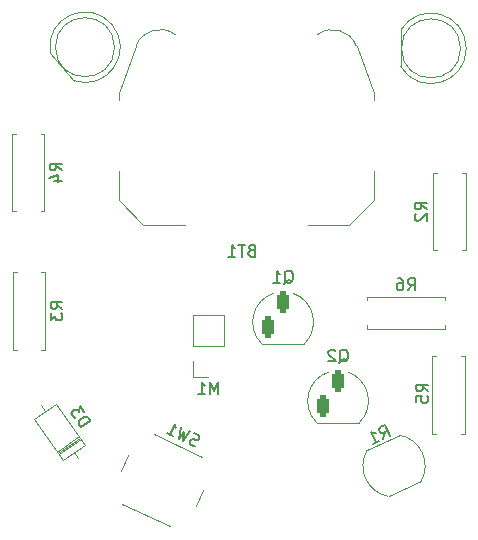
<source format=gbo>
G04 #@! TF.GenerationSoftware,KiCad,Pcbnew,8.0.5*
G04 #@! TF.CreationDate,2025-05-26T16:56:42+05:00*
G04 #@! TF.ProjectId,Wings_Of_Freedom,57696e67-735f-44f6-965f-46726565646f,rev?*
G04 #@! TF.SameCoordinates,Original*
G04 #@! TF.FileFunction,Legend,Bot*
G04 #@! TF.FilePolarity,Positive*
%FSLAX46Y46*%
G04 Gerber Fmt 4.6, Leading zero omitted, Abs format (unit mm)*
G04 Created by KiCad (PCBNEW 8.0.5) date 2025-05-26 16:56:42*
%MOMM*%
%LPD*%
G01*
G04 APERTURE LIST*
G04 Aperture macros list*
%AMRoundRect*
0 Rectangle with rounded corners*
0 $1 Rounding radius*
0 $2 $3 $4 $5 $6 $7 $8 $9 X,Y pos of 4 corners*
0 Add a 4 corners polygon primitive as box body*
4,1,4,$2,$3,$4,$5,$6,$7,$8,$9,$2,$3,0*
0 Add four circle primitives for the rounded corners*
1,1,$1+$1,$2,$3*
1,1,$1+$1,$4,$5*
1,1,$1+$1,$6,$7*
1,1,$1+$1,$8,$9*
0 Add four rect primitives between the rounded corners*
20,1,$1+$1,$2,$3,$4,$5,0*
20,1,$1+$1,$4,$5,$6,$7,0*
20,1,$1+$1,$6,$7,$8,$9,0*
20,1,$1+$1,$8,$9,$2,$3,0*%
%AMHorizOval*
0 Thick line with rounded ends*
0 $1 width*
0 $2 $3 position (X,Y) of the first rounded end (center of the circle)*
0 $4 $5 position (X,Y) of the second rounded end (center of the circle)*
0 Add line between two ends*
20,1,$1,$2,$3,$4,$5,0*
0 Add two circle primitives to create the rounded ends*
1,1,$1,$2,$3*
1,1,$1,$4,$5*%
%AMRotRect*
0 Rectangle, with rotation*
0 The origin of the aperture is its center*
0 $1 length*
0 $2 width*
0 $3 Rotation angle, in degrees counterclockwise*
0 Add horizontal line*
21,1,$1,$2,0,0,$3*%
G04 Aperture macros list end*
%ADD10C,0.150000*%
%ADD11C,0.120000*%
%ADD12C,0.300000*%
%ADD13R,1.270000X5.080000*%
%ADD14C,17.800000*%
%ADD15C,1.600000*%
%ADD16O,1.600000X1.600000*%
%ADD17R,1.700000X1.700000*%
%ADD18O,1.700000X1.700000*%
%ADD19R,1.100000X1.800000*%
%ADD20RoundRect,0.275000X0.275000X0.625000X-0.275000X0.625000X-0.275000X-0.625000X0.275000X-0.625000X0*%
%ADD21RotRect,1.600000X1.600000X125.000000*%
%ADD22HorizOval,1.600000X0.000000X0.000000X0.000000X0.000000X0*%
%ADD23R,1.800000X1.800000*%
%ADD24C,1.800000*%
%ADD25RotRect,1.800000X1.800000X40.000000*%
%ADD26C,1.500000*%
%ADD27C,2.000000*%
G04 APERTURE END LIST*
D10*
X203132422Y-80704487D02*
X202989565Y-80752106D01*
X202989565Y-80752106D02*
X202941946Y-80799725D01*
X202941946Y-80799725D02*
X202894327Y-80894963D01*
X202894327Y-80894963D02*
X202894327Y-81037820D01*
X202894327Y-81037820D02*
X202941946Y-81133058D01*
X202941946Y-81133058D02*
X202989565Y-81180678D01*
X202989565Y-81180678D02*
X203084803Y-81228297D01*
X203084803Y-81228297D02*
X203465755Y-81228297D01*
X203465755Y-81228297D02*
X203465755Y-80228297D01*
X203465755Y-80228297D02*
X203132422Y-80228297D01*
X203132422Y-80228297D02*
X203037184Y-80275916D01*
X203037184Y-80275916D02*
X202989565Y-80323535D01*
X202989565Y-80323535D02*
X202941946Y-80418773D01*
X202941946Y-80418773D02*
X202941946Y-80514011D01*
X202941946Y-80514011D02*
X202989565Y-80609249D01*
X202989565Y-80609249D02*
X203037184Y-80656868D01*
X203037184Y-80656868D02*
X203132422Y-80704487D01*
X203132422Y-80704487D02*
X203465755Y-80704487D01*
X202608612Y-80228297D02*
X202037184Y-80228297D01*
X202322898Y-81228297D02*
X202322898Y-80228297D01*
X201180041Y-81228297D02*
X201751469Y-81228297D01*
X201465755Y-81228297D02*
X201465755Y-80228297D01*
X201465755Y-80228297D02*
X201560993Y-80371154D01*
X201560993Y-80371154D02*
X201656231Y-80466392D01*
X201656231Y-80466392D02*
X201751469Y-80514011D01*
X217984819Y-77233333D02*
X217508628Y-76900000D01*
X217984819Y-76661905D02*
X216984819Y-76661905D01*
X216984819Y-76661905D02*
X216984819Y-77042857D01*
X216984819Y-77042857D02*
X217032438Y-77138095D01*
X217032438Y-77138095D02*
X217080057Y-77185714D01*
X217080057Y-77185714D02*
X217175295Y-77233333D01*
X217175295Y-77233333D02*
X217318152Y-77233333D01*
X217318152Y-77233333D02*
X217413390Y-77185714D01*
X217413390Y-77185714D02*
X217461009Y-77138095D01*
X217461009Y-77138095D02*
X217508628Y-77042857D01*
X217508628Y-77042857D02*
X217508628Y-76661905D01*
X217080057Y-77614286D02*
X217032438Y-77661905D01*
X217032438Y-77661905D02*
X216984819Y-77757143D01*
X216984819Y-77757143D02*
X216984819Y-77995238D01*
X216984819Y-77995238D02*
X217032438Y-78090476D01*
X217032438Y-78090476D02*
X217080057Y-78138095D01*
X217080057Y-78138095D02*
X217175295Y-78185714D01*
X217175295Y-78185714D02*
X217270533Y-78185714D01*
X217270533Y-78185714D02*
X217413390Y-78138095D01*
X217413390Y-78138095D02*
X217984819Y-77566667D01*
X217984819Y-77566667D02*
X217984819Y-78185714D01*
X200309525Y-92859818D02*
X200309525Y-91859818D01*
X200309525Y-91859818D02*
X199976192Y-92574103D01*
X199976192Y-92574103D02*
X199642859Y-91859818D01*
X199642859Y-91859818D02*
X199642859Y-92859818D01*
X198642859Y-92859818D02*
X199214287Y-92859818D01*
X198928573Y-92859818D02*
X198928573Y-91859818D01*
X198928573Y-91859818D02*
X199023811Y-92002675D01*
X199023811Y-92002675D02*
X199119049Y-92097913D01*
X199119049Y-92097913D02*
X199214287Y-92145532D01*
X205912738Y-83526457D02*
X206007976Y-83478838D01*
X206007976Y-83478838D02*
X206103214Y-83383600D01*
X206103214Y-83383600D02*
X206246071Y-83240742D01*
X206246071Y-83240742D02*
X206341309Y-83193123D01*
X206341309Y-83193123D02*
X206436547Y-83193123D01*
X206388928Y-83431219D02*
X206484166Y-83383600D01*
X206484166Y-83383600D02*
X206579404Y-83288361D01*
X206579404Y-83288361D02*
X206627023Y-83097885D01*
X206627023Y-83097885D02*
X206627023Y-82764552D01*
X206627023Y-82764552D02*
X206579404Y-82574076D01*
X206579404Y-82574076D02*
X206484166Y-82478838D01*
X206484166Y-82478838D02*
X206388928Y-82431219D01*
X206388928Y-82431219D02*
X206198452Y-82431219D01*
X206198452Y-82431219D02*
X206103214Y-82478838D01*
X206103214Y-82478838D02*
X206007976Y-82574076D01*
X206007976Y-82574076D02*
X205960357Y-82764552D01*
X205960357Y-82764552D02*
X205960357Y-83097885D01*
X205960357Y-83097885D02*
X206007976Y-83288361D01*
X206007976Y-83288361D02*
X206103214Y-83383600D01*
X206103214Y-83383600D02*
X206198452Y-83431219D01*
X206198452Y-83431219D02*
X206388928Y-83431219D01*
X205007976Y-83431219D02*
X205579404Y-83431219D01*
X205293690Y-83431219D02*
X205293690Y-82431219D01*
X205293690Y-82431219D02*
X205388928Y-82574076D01*
X205388928Y-82574076D02*
X205484166Y-82669314D01*
X205484166Y-82669314D02*
X205579404Y-82716933D01*
X187074818Y-73933333D02*
X186598627Y-73600000D01*
X187074818Y-73361905D02*
X186074818Y-73361905D01*
X186074818Y-73361905D02*
X186074818Y-73742857D01*
X186074818Y-73742857D02*
X186122437Y-73838095D01*
X186122437Y-73838095D02*
X186170056Y-73885714D01*
X186170056Y-73885714D02*
X186265294Y-73933333D01*
X186265294Y-73933333D02*
X186408151Y-73933333D01*
X186408151Y-73933333D02*
X186503389Y-73885714D01*
X186503389Y-73885714D02*
X186551008Y-73838095D01*
X186551008Y-73838095D02*
X186598627Y-73742857D01*
X186598627Y-73742857D02*
X186598627Y-73361905D01*
X186408151Y-74790476D02*
X187074818Y-74790476D01*
X186027199Y-74552381D02*
X186741484Y-74314286D01*
X186741484Y-74314286D02*
X186741484Y-74933333D01*
X188687363Y-95699532D02*
X189506515Y-95125955D01*
X189506515Y-95125955D02*
X189369950Y-94930919D01*
X189369950Y-94930919D02*
X189249003Y-94841211D01*
X189249003Y-94841211D02*
X189116362Y-94817822D01*
X189116362Y-94817822D02*
X189011034Y-94833442D01*
X189011034Y-94833442D02*
X188827692Y-94903687D01*
X188827692Y-94903687D02*
X188710671Y-94985626D01*
X188710671Y-94985626D02*
X188581955Y-95133886D01*
X188581955Y-95133886D02*
X188531253Y-95227520D01*
X188531253Y-95227520D02*
X188507865Y-95360161D01*
X188507865Y-95360161D02*
X188550797Y-95504496D01*
X188550797Y-95504496D02*
X188687363Y-95699532D01*
X188987565Y-94384818D02*
X188632494Y-93877724D01*
X188632494Y-93877724D02*
X188511628Y-94369280D01*
X188511628Y-94369280D02*
X188429689Y-94252258D01*
X188429689Y-94252258D02*
X188336055Y-94201557D01*
X188336055Y-94201557D02*
X188269735Y-94189863D01*
X188269735Y-94189863D02*
X188164407Y-94205482D01*
X188164407Y-94205482D02*
X187969371Y-94342047D01*
X187969371Y-94342047D02*
X187918670Y-94435681D01*
X187918670Y-94435681D02*
X187906976Y-94502001D01*
X187906976Y-94502001D02*
X187922595Y-94607329D01*
X187922595Y-94607329D02*
X188086474Y-94841373D01*
X188086474Y-94841373D02*
X188180107Y-94892074D01*
X188180107Y-94892074D02*
X188246428Y-94903768D01*
X210565238Y-90200057D02*
X210660476Y-90152438D01*
X210660476Y-90152438D02*
X210755714Y-90057200D01*
X210755714Y-90057200D02*
X210898571Y-89914342D01*
X210898571Y-89914342D02*
X210993809Y-89866723D01*
X210993809Y-89866723D02*
X211089047Y-89866723D01*
X211041428Y-90104819D02*
X211136666Y-90057200D01*
X211136666Y-90057200D02*
X211231904Y-89961961D01*
X211231904Y-89961961D02*
X211279523Y-89771485D01*
X211279523Y-89771485D02*
X211279523Y-89438152D01*
X211279523Y-89438152D02*
X211231904Y-89247676D01*
X211231904Y-89247676D02*
X211136666Y-89152438D01*
X211136666Y-89152438D02*
X211041428Y-89104819D01*
X211041428Y-89104819D02*
X210850952Y-89104819D01*
X210850952Y-89104819D02*
X210755714Y-89152438D01*
X210755714Y-89152438D02*
X210660476Y-89247676D01*
X210660476Y-89247676D02*
X210612857Y-89438152D01*
X210612857Y-89438152D02*
X210612857Y-89771485D01*
X210612857Y-89771485D02*
X210660476Y-89961961D01*
X210660476Y-89961961D02*
X210755714Y-90057200D01*
X210755714Y-90057200D02*
X210850952Y-90104819D01*
X210850952Y-90104819D02*
X211041428Y-90104819D01*
X210231904Y-89200057D02*
X210184285Y-89152438D01*
X210184285Y-89152438D02*
X210089047Y-89104819D01*
X210089047Y-89104819D02*
X209850952Y-89104819D01*
X209850952Y-89104819D02*
X209755714Y-89152438D01*
X209755714Y-89152438D02*
X209708095Y-89200057D01*
X209708095Y-89200057D02*
X209660476Y-89295295D01*
X209660476Y-89295295D02*
X209660476Y-89390533D01*
X209660476Y-89390533D02*
X209708095Y-89533390D01*
X209708095Y-89533390D02*
X210279523Y-90104819D01*
X210279523Y-90104819D02*
X209660476Y-90104819D01*
X216382578Y-84079448D02*
X216715911Y-83603257D01*
X216954006Y-84079448D02*
X216954006Y-83079448D01*
X216954006Y-83079448D02*
X216573054Y-83079448D01*
X216573054Y-83079448D02*
X216477816Y-83127067D01*
X216477816Y-83127067D02*
X216430197Y-83174686D01*
X216430197Y-83174686D02*
X216382578Y-83269924D01*
X216382578Y-83269924D02*
X216382578Y-83412781D01*
X216382578Y-83412781D02*
X216430197Y-83508019D01*
X216430197Y-83508019D02*
X216477816Y-83555638D01*
X216477816Y-83555638D02*
X216573054Y-83603257D01*
X216573054Y-83603257D02*
X216954006Y-83603257D01*
X215525435Y-83079448D02*
X215715911Y-83079448D01*
X215715911Y-83079448D02*
X215811149Y-83127067D01*
X215811149Y-83127067D02*
X215858768Y-83174686D01*
X215858768Y-83174686D02*
X215954006Y-83317543D01*
X215954006Y-83317543D02*
X216001625Y-83508019D01*
X216001625Y-83508019D02*
X216001625Y-83888971D01*
X216001625Y-83888971D02*
X215954006Y-83984209D01*
X215954006Y-83984209D02*
X215906387Y-84031829D01*
X215906387Y-84031829D02*
X215811149Y-84079448D01*
X215811149Y-84079448D02*
X215620673Y-84079448D01*
X215620673Y-84079448D02*
X215525435Y-84031829D01*
X215525435Y-84031829D02*
X215477816Y-83984209D01*
X215477816Y-83984209D02*
X215430197Y-83888971D01*
X215430197Y-83888971D02*
X215430197Y-83650876D01*
X215430197Y-83650876D02*
X215477816Y-83555638D01*
X215477816Y-83555638D02*
X215525435Y-83508019D01*
X215525435Y-83508019D02*
X215620673Y-83460400D01*
X215620673Y-83460400D02*
X215811149Y-83460400D01*
X215811149Y-83460400D02*
X215906387Y-83508019D01*
X215906387Y-83508019D02*
X215954006Y-83555638D01*
X215954006Y-83555638D02*
X216001625Y-83650876D01*
X214317649Y-96663427D02*
X214418505Y-96090979D01*
X214835539Y-96421931D02*
X214412921Y-95515623D01*
X214412921Y-95515623D02*
X214067661Y-95676621D01*
X214067661Y-95676621D02*
X214001471Y-95760028D01*
X214001471Y-95760028D02*
X213978438Y-95823310D01*
X213978438Y-95823310D02*
X213975530Y-95929750D01*
X213975530Y-95929750D02*
X214035904Y-96059222D01*
X214035904Y-96059222D02*
X214119311Y-96125413D01*
X214119311Y-96125413D02*
X214182593Y-96148445D01*
X214182593Y-96148445D02*
X214289032Y-96151354D01*
X214289032Y-96151354D02*
X214634293Y-95990356D01*
X213454499Y-97065921D02*
X213972389Y-96824425D01*
X213713444Y-96945173D02*
X213290826Y-96038865D01*
X213290826Y-96038865D02*
X213437515Y-96128088D01*
X213437515Y-96128088D02*
X213564079Y-96174154D01*
X213564079Y-96174154D02*
X213670519Y-96177062D01*
X187144819Y-85663332D02*
X186668628Y-85329999D01*
X187144819Y-85091904D02*
X186144819Y-85091904D01*
X186144819Y-85091904D02*
X186144819Y-85472856D01*
X186144819Y-85472856D02*
X186192438Y-85568094D01*
X186192438Y-85568094D02*
X186240057Y-85615713D01*
X186240057Y-85615713D02*
X186335295Y-85663332D01*
X186335295Y-85663332D02*
X186478152Y-85663332D01*
X186478152Y-85663332D02*
X186573390Y-85615713D01*
X186573390Y-85615713D02*
X186621009Y-85568094D01*
X186621009Y-85568094D02*
X186668628Y-85472856D01*
X186668628Y-85472856D02*
X186668628Y-85091904D01*
X186144819Y-85996666D02*
X186144819Y-86615713D01*
X186144819Y-86615713D02*
X186525771Y-86282380D01*
X186525771Y-86282380D02*
X186525771Y-86425237D01*
X186525771Y-86425237D02*
X186573390Y-86520475D01*
X186573390Y-86520475D02*
X186621009Y-86568094D01*
X186621009Y-86568094D02*
X186716247Y-86615713D01*
X186716247Y-86615713D02*
X186954342Y-86615713D01*
X186954342Y-86615713D02*
X187049580Y-86568094D01*
X187049580Y-86568094D02*
X187097200Y-86520475D01*
X187097200Y-86520475D02*
X187144819Y-86425237D01*
X187144819Y-86425237D02*
X187144819Y-86139523D01*
X187144819Y-86139523D02*
X187097200Y-86044285D01*
X187097200Y-86044285D02*
X187049580Y-85996666D01*
X198395255Y-97259215D02*
X198245658Y-97241998D01*
X198245658Y-97241998D02*
X198029870Y-97141375D01*
X198029870Y-97141375D02*
X197963680Y-97057968D01*
X197963680Y-97057968D02*
X197940647Y-96994686D01*
X197940647Y-96994686D02*
X197937739Y-96888246D01*
X197937739Y-96888246D02*
X197977988Y-96801931D01*
X197977988Y-96801931D02*
X198061395Y-96735741D01*
X198061395Y-96735741D02*
X198124678Y-96712708D01*
X198124678Y-96712708D02*
X198231117Y-96709800D01*
X198231117Y-96709800D02*
X198423872Y-96747141D01*
X198423872Y-96747141D02*
X198530312Y-96744233D01*
X198530312Y-96744233D02*
X198593594Y-96721200D01*
X198593594Y-96721200D02*
X198677001Y-96655010D01*
X198677001Y-96655010D02*
X198717250Y-96568695D01*
X198717250Y-96568695D02*
X198714342Y-96462255D01*
X198714342Y-96462255D02*
X198691309Y-96398973D01*
X198691309Y-96398973D02*
X198625119Y-96315566D01*
X198625119Y-96315566D02*
X198409331Y-96214942D01*
X198409331Y-96214942D02*
X198259734Y-96197726D01*
X197977756Y-96013696D02*
X197339350Y-96819380D01*
X197339350Y-96819380D02*
X197468590Y-96091519D01*
X197468590Y-96091519D02*
X196994090Y-96658383D01*
X196994090Y-96658383D02*
X197200921Y-95651451D01*
X195958310Y-96175390D02*
X196476200Y-96416886D01*
X196217255Y-96296138D02*
X196639873Y-95389831D01*
X196639873Y-95389831D02*
X196665814Y-95559553D01*
X196665814Y-95559553D02*
X196711880Y-95686117D01*
X196711880Y-95686117D02*
X196778070Y-95769524D01*
X218104819Y-92633332D02*
X217628628Y-92299999D01*
X218104819Y-92061904D02*
X217104819Y-92061904D01*
X217104819Y-92061904D02*
X217104819Y-92442856D01*
X217104819Y-92442856D02*
X217152438Y-92538094D01*
X217152438Y-92538094D02*
X217200057Y-92585713D01*
X217200057Y-92585713D02*
X217295295Y-92633332D01*
X217295295Y-92633332D02*
X217438152Y-92633332D01*
X217438152Y-92633332D02*
X217533390Y-92585713D01*
X217533390Y-92585713D02*
X217581009Y-92538094D01*
X217581009Y-92538094D02*
X217628628Y-92442856D01*
X217628628Y-92442856D02*
X217628628Y-92061904D01*
X217104819Y-93538094D02*
X217104819Y-93061904D01*
X217104819Y-93061904D02*
X217581009Y-93014285D01*
X217581009Y-93014285D02*
X217533390Y-93061904D01*
X217533390Y-93061904D02*
X217485771Y-93157142D01*
X217485771Y-93157142D02*
X217485771Y-93395237D01*
X217485771Y-93395237D02*
X217533390Y-93490475D01*
X217533390Y-93490475D02*
X217581009Y-93538094D01*
X217581009Y-93538094D02*
X217676247Y-93585713D01*
X217676247Y-93585713D02*
X217914342Y-93585713D01*
X217914342Y-93585713D02*
X218009580Y-93538094D01*
X218009580Y-93538094D02*
X218057200Y-93490475D01*
X218057200Y-93490475D02*
X218104819Y-93395237D01*
X218104819Y-93395237D02*
X218104819Y-93157142D01*
X218104819Y-93157142D02*
X218057200Y-93061904D01*
X218057200Y-93061904D02*
X218009580Y-93014285D01*
D11*
X191919997Y-73999999D02*
X191920001Y-76459999D01*
X191919998Y-67369999D02*
X191920002Y-68000000D01*
X191920001Y-76459999D02*
X193999998Y-78539997D01*
X193360000Y-63420000D02*
X191919998Y-67369999D01*
X193999998Y-78539997D02*
X197500001Y-78540001D01*
X207900003Y-78540002D02*
X211399999Y-78539999D01*
X212040000Y-63420000D02*
X213480000Y-67370000D01*
X213479998Y-74000000D02*
X213479998Y-76460002D01*
X213479998Y-76460002D02*
X211399999Y-78539999D01*
X213480000Y-67370000D02*
X213480003Y-68000001D01*
X193360000Y-63420000D02*
G75*
G02*
X196696647Y-62433466I2030003J-730003D01*
G01*
X208699999Y-62449999D02*
G75*
G02*
X212025245Y-63411832I1310001J-1700001D01*
G01*
X218530000Y-74130000D02*
X218860000Y-74130000D01*
X218530000Y-80670000D02*
X218530000Y-74130000D01*
X218860000Y-80669999D02*
X218530000Y-80670000D01*
X220940000Y-80669999D02*
X221270000Y-80670000D01*
X221270000Y-74130000D02*
X220940000Y-74130000D01*
X221270000Y-80670000D02*
X221270000Y-74130000D01*
X198170000Y-91404999D02*
X198169999Y-90075001D01*
X198170001Y-86205000D02*
X198170000Y-88804999D01*
X199500001Y-91405001D02*
X198170000Y-91404999D01*
X200830000Y-86205001D02*
X198170001Y-86205000D01*
X200830000Y-86205001D02*
X200830001Y-88805001D01*
X200830001Y-88805001D02*
X198170000Y-88804999D01*
X204017500Y-88626400D02*
X207617500Y-88626400D01*
X204009055Y-88604084D02*
G75*
G02*
X205037500Y-84326400I1808445J1827684D01*
G01*
X206637500Y-84326400D02*
G75*
G02*
X207628953Y-88618556I-820000J-2450000D01*
G01*
X182879999Y-70830001D02*
X182879999Y-77370003D01*
X182879999Y-77370003D02*
X183209999Y-77370000D01*
X183209998Y-70830002D02*
X182879999Y-70830001D01*
X185289998Y-70830001D02*
X185619999Y-70830001D01*
X185619999Y-70830001D02*
X185619999Y-77370002D01*
X185619999Y-77370002D02*
X185289998Y-77370000D01*
X184766542Y-94955833D02*
X187198505Y-98429039D01*
X185683992Y-94313429D02*
X185311167Y-93780980D01*
X186601442Y-93671023D02*
X184766542Y-94955833D01*
X186716702Y-97740949D02*
X188551603Y-96456139D01*
X186785530Y-97839251D02*
X188620430Y-96554439D01*
X186854361Y-97937546D02*
X188689261Y-96652736D01*
X187198505Y-98429039D02*
X189033405Y-97144227D01*
X188115954Y-97786633D02*
X188488781Y-98319082D01*
X189033405Y-97144227D02*
X186601442Y-93671023D01*
X215784997Y-62054999D02*
X215785003Y-65145004D01*
X215785000Y-62055168D02*
G75*
G02*
X221335001Y-63600460I2560000J-1544832D01*
G01*
X221335000Y-63599538D02*
G75*
G02*
X215785001Y-65144830I-2989999J-463D01*
G01*
X220844999Y-63600000D02*
G75*
G02*
X215845001Y-63600000I-2499999J0D01*
G01*
X215845001Y-63600000D02*
G75*
G02*
X220844999Y-63600000I2499999J0D01*
G01*
X208670000Y-95300000D02*
X212270000Y-95300000D01*
X208661555Y-95277684D02*
G75*
G02*
X209690000Y-91000000I1808445J1827684D01*
G01*
X211290000Y-91000000D02*
G75*
G02*
X212281453Y-95292156I-820000J-2450000D01*
G01*
X212959899Y-84609701D02*
X212959901Y-84939702D01*
X212959902Y-87349702D02*
X212959901Y-87019701D01*
X219499898Y-84939701D02*
X219499900Y-84609701D01*
X219499900Y-84609701D02*
X212959899Y-84609701D01*
X219499900Y-87019703D02*
X219499900Y-87349701D01*
X219499900Y-87349701D02*
X212959902Y-87349702D01*
X186091977Y-63965212D02*
X188078204Y-66332298D01*
X186092092Y-63965342D02*
G75*
G02*
X191336932Y-61581631I2954070J462131D01*
G01*
X191336345Y-61580925D02*
G75*
G02*
X188078099Y-66332155I-2290171J-1922289D01*
G01*
X191546166Y-63503215D02*
G75*
G02*
X186546172Y-63503215I-2499997J0D01*
G01*
X186546172Y-63503215D02*
G75*
G02*
X191546166Y-63503215I2499997J0D01*
G01*
X212931887Y-97635317D02*
X215696125Y-96346332D01*
X214749145Y-101532440D02*
X217513384Y-100243454D01*
X214695384Y-101522475D02*
G75*
G02*
X212931887Y-97635317I504593J2572524D01*
G01*
X215669837Y-96341460D02*
G75*
G02*
X217513383Y-100243454I-469861J-2608492D01*
G01*
X182949999Y-89099998D02*
X183280000Y-89099999D01*
X182950000Y-82560000D02*
X182949999Y-89099998D01*
X183279998Y-82560000D02*
X182950000Y-82560000D01*
X185359999Y-82560000D02*
X185690000Y-82560000D01*
X185690000Y-82560000D02*
X185690000Y-89100001D01*
X185690000Y-89100001D02*
X185359999Y-89099999D01*
X192150108Y-102173092D02*
X196228492Y-104074874D01*
X192707694Y-98019589D02*
X192073768Y-99379050D01*
X198417921Y-102337378D02*
X199051850Y-100977916D01*
X198975510Y-98183875D02*
X194897126Y-96282092D01*
X218449999Y-96219998D02*
X218780000Y-96219999D01*
X218450000Y-89680000D02*
X218449999Y-96219998D01*
X218779999Y-89680001D02*
X218450000Y-89680000D01*
X220859999Y-89680000D02*
X221190000Y-89680000D01*
X221190000Y-89680000D02*
X221190001Y-96220001D01*
X221190001Y-96220001D02*
X220859999Y-96219999D01*
%LPC*%
D12*
G36*
X195323377Y-86175000D02*
G01*
X196183112Y-86175000D01*
X196183112Y-85862369D01*
X195909560Y-85862369D01*
X195909560Y-84533688D01*
X196183112Y-84533688D01*
X196183112Y-84221057D01*
X195323377Y-84221057D01*
X195323377Y-84533688D01*
X195601203Y-84533688D01*
X195601203Y-85862369D01*
X195323377Y-85862369D01*
X195323377Y-86175000D01*
G37*
G36*
X193972714Y-85080792D02*
G01*
X194519818Y-85080792D01*
X194519818Y-85354344D01*
X194797644Y-85354344D01*
X194797644Y-86175000D01*
X195106001Y-86175000D01*
X195106001Y-84768161D01*
X194797644Y-84768161D01*
X194797644Y-85041713D01*
X194558897Y-85041713D01*
X194558897Y-84768161D01*
X193972714Y-84768161D01*
X193972714Y-85080792D01*
G37*
G36*
X193178314Y-86175000D02*
G01*
X193486670Y-86175000D01*
X193486670Y-85901448D01*
X193760222Y-85901448D01*
X193760222Y-84221057D01*
X193451866Y-84221057D01*
X193451866Y-84768161D01*
X193178314Y-84768161D01*
X193178314Y-85080792D01*
X193451866Y-85080792D01*
X193451866Y-85862369D01*
X193178314Y-85862369D01*
X193178314Y-86175000D01*
G37*
G36*
X192680669Y-85080792D02*
G01*
X192133565Y-85080792D01*
X192133565Y-85315265D01*
X192680669Y-85315265D01*
X192680669Y-85588817D01*
X192954221Y-85588817D01*
X192954221Y-85901448D01*
X192680669Y-85901448D01*
X192680669Y-86175000D01*
X191825208Y-86175000D01*
X191825208Y-85862369D01*
X192133565Y-85862369D01*
X192645864Y-85862369D01*
X192645864Y-85627896D01*
X192133565Y-85627896D01*
X192133565Y-85862369D01*
X191825208Y-85862369D01*
X191825208Y-85041713D01*
X192094486Y-85041713D01*
X192094486Y-84768161D01*
X192680669Y-84768161D01*
X192680669Y-85080792D01*
G37*
G36*
X190479430Y-86175000D02*
G01*
X191608443Y-86175000D01*
X191608443Y-85588817D01*
X191334891Y-85588817D01*
X191334891Y-85315265D01*
X190787787Y-85315265D01*
X190787787Y-85080792D01*
X191608443Y-85080792D01*
X191608443Y-84768161D01*
X190479430Y-84768161D01*
X190479430Y-85354344D01*
X190748708Y-85354344D01*
X190748708Y-85627896D01*
X191300086Y-85627896D01*
X191300086Y-85862369D01*
X190479430Y-85862369D01*
X190479430Y-86175000D01*
G37*
G36*
X189989113Y-85080792D02*
G01*
X189442009Y-85080792D01*
X189442009Y-85315265D01*
X189989113Y-85315265D01*
X189989113Y-85588817D01*
X190262665Y-85588817D01*
X190262665Y-85901448D01*
X189989113Y-85901448D01*
X189989113Y-86175000D01*
X189133652Y-86175000D01*
X189133652Y-85862369D01*
X189442009Y-85862369D01*
X189954308Y-85862369D01*
X189954308Y-85627896D01*
X189442009Y-85627896D01*
X189442009Y-85862369D01*
X189133652Y-85862369D01*
X189133652Y-85041713D01*
X189402930Y-85041713D01*
X189402930Y-84768161D01*
X189989113Y-84768161D01*
X189989113Y-85080792D01*
G37*
G36*
X197670977Y-83302501D02*
G01*
X197752135Y-83274357D01*
X197761591Y-83265742D01*
X197798027Y-83185076D01*
X197798350Y-83175128D01*
X197798350Y-81516291D01*
X197770207Y-81434012D01*
X197761591Y-81424823D01*
X197680925Y-81389234D01*
X197670977Y-81388919D01*
X197589212Y-81418555D01*
X197558137Y-81457734D01*
X196791337Y-82993900D01*
X196869555Y-82993900D01*
X196122417Y-81457734D01*
X196059906Y-81398596D01*
X196009576Y-81388919D01*
X195928419Y-81416408D01*
X195918962Y-81424823D01*
X195882778Y-81502614D01*
X195882204Y-81516291D01*
X195882204Y-83175128D01*
X195911329Y-83256285D01*
X195920245Y-83265742D01*
X196000076Y-83302177D01*
X196009576Y-83302501D01*
X196091154Y-83274357D01*
X196100618Y-83265742D01*
X196137053Y-83185076D01*
X196137377Y-83175128D01*
X196137377Y-81869345D01*
X196088223Y-81856949D01*
X196730215Y-83165297D01*
X196796412Y-83221458D01*
X196840491Y-83228983D01*
X196924273Y-83199264D01*
X196958032Y-83152902D01*
X197592331Y-81881312D01*
X197543605Y-81869345D01*
X197543605Y-83175128D01*
X197571748Y-83256285D01*
X197580363Y-83265742D01*
X197661030Y-83302177D01*
X197670977Y-83302501D01*
G37*
G36*
X194902946Y-81958276D02*
G01*
X194991343Y-81975025D01*
X195074985Y-82002942D01*
X195153872Y-82042024D01*
X195226427Y-82090751D01*
X195291075Y-82147598D01*
X195347816Y-82212567D01*
X195396649Y-82285656D01*
X195435732Y-82365264D01*
X195463648Y-82449788D01*
X195480398Y-82539226D01*
X195485981Y-82633580D01*
X195480852Y-82727854D01*
X195465464Y-82817053D01*
X195439819Y-82901175D01*
X195403915Y-82980222D01*
X195376809Y-83026496D01*
X195320654Y-83102005D01*
X195255033Y-83167506D01*
X195179945Y-83222999D01*
X195125278Y-83253358D01*
X195038431Y-83287119D01*
X194945769Y-83306748D01*
X194858521Y-83312331D01*
X194803586Y-83310150D01*
X194709226Y-83295233D01*
X194620681Y-83266182D01*
X194537952Y-83222999D01*
X194494945Y-83193405D01*
X194424947Y-83132352D01*
X194385789Y-83086331D01*
X194385789Y-83179830D01*
X194385477Y-83189842D01*
X194350313Y-83269589D01*
X194343499Y-83275929D01*
X194260981Y-83305065D01*
X194251044Y-83304753D01*
X194171649Y-83269589D01*
X194165233Y-83262772D01*
X194135745Y-83179830D01*
X194135745Y-82633580D01*
X194375958Y-82633580D01*
X194379484Y-82696946D01*
X194397997Y-82785984D01*
X194432378Y-82867809D01*
X194454993Y-82905226D01*
X194513993Y-82975778D01*
X194586679Y-83031940D01*
X194637329Y-83058120D01*
X194719715Y-83083365D01*
X194809795Y-83091780D01*
X194869474Y-83088040D01*
X194953583Y-83068405D01*
X195031201Y-83031940D01*
X195072600Y-83003488D01*
X195138958Y-82939577D01*
X195188066Y-82867809D01*
X195215959Y-82807117D01*
X195238950Y-82719882D01*
X195245768Y-82633580D01*
X195242162Y-82569280D01*
X195223228Y-82479340D01*
X195188066Y-82397214D01*
X195160837Y-82353714D01*
X195099742Y-82284214D01*
X195031201Y-82233083D01*
X194980177Y-82206903D01*
X194898231Y-82181659D01*
X194809795Y-82173244D01*
X194756313Y-82176107D01*
X194670721Y-82194339D01*
X194586679Y-82233083D01*
X194545840Y-82261390D01*
X194480524Y-82325247D01*
X194432378Y-82397214D01*
X194405105Y-82458076D01*
X194382625Y-82546062D01*
X194375958Y-82633580D01*
X194135745Y-82633580D01*
X194141355Y-82539226D01*
X194158185Y-82449788D01*
X194186235Y-82365264D01*
X194225505Y-82285656D01*
X194274071Y-82212567D01*
X194330437Y-82147598D01*
X194394605Y-82090751D01*
X194466572Y-82042024D01*
X194544925Y-82002942D01*
X194628246Y-81975025D01*
X194716536Y-81958276D01*
X194809795Y-81952692D01*
X194902946Y-81958276D01*
G37*
G36*
X192617637Y-81389223D02*
G01*
X192697033Y-81423540D01*
X192705348Y-81432436D01*
X192732509Y-81514154D01*
X192732509Y-82175381D01*
X192788442Y-82115441D01*
X192858838Y-82059150D01*
X192938528Y-82012959D01*
X192946190Y-82009251D01*
X193033336Y-81976234D01*
X193117118Y-81958578D01*
X193205241Y-81952692D01*
X193260310Y-81954873D01*
X193354910Y-81969791D01*
X193443695Y-81998841D01*
X193526665Y-82042024D01*
X193569549Y-82071506D01*
X193639378Y-82132461D01*
X193699740Y-82203560D01*
X193750635Y-82284802D01*
X193786539Y-82363822D01*
X193812185Y-82447864D01*
X193827572Y-82536929D01*
X193832701Y-82631016D01*
X193827118Y-82725370D01*
X193810368Y-82814809D01*
X193782452Y-82899332D01*
X193743369Y-82978940D01*
X193694536Y-83052056D01*
X193637795Y-83117105D01*
X193573147Y-83174086D01*
X193500592Y-83222999D01*
X193421705Y-83262082D01*
X193338063Y-83289998D01*
X193249667Y-83306748D01*
X193156515Y-83312331D01*
X193063256Y-83306748D01*
X192974966Y-83289998D01*
X192891645Y-83262082D01*
X192813292Y-83222999D01*
X192741325Y-83174086D01*
X192677158Y-83117105D01*
X192620791Y-83052056D01*
X192572225Y-82978940D01*
X192532955Y-82899332D01*
X192504905Y-82814809D01*
X192488075Y-82725370D01*
X192482465Y-82631016D01*
X192722678Y-82631016D01*
X192726205Y-82694462D01*
X192744717Y-82783920D01*
X192779098Y-82866527D01*
X192801714Y-82904379D01*
X192860714Y-82975567D01*
X192933399Y-83031940D01*
X192984049Y-83058120D01*
X193066435Y-83083365D01*
X193156515Y-83091780D01*
X193216194Y-83088040D01*
X193300303Y-83068405D01*
X193377921Y-83031940D01*
X193419321Y-83003426D01*
X193485679Y-82939076D01*
X193534786Y-82866527D01*
X193562679Y-82805214D01*
X193585670Y-82717469D01*
X193592488Y-82631016D01*
X193588882Y-82566795D01*
X193569948Y-82477276D01*
X193534786Y-82395932D01*
X193511690Y-82358821D01*
X193451648Y-82288828D01*
X193377921Y-82233083D01*
X193326897Y-82206903D01*
X193244952Y-82181659D01*
X193156515Y-82173244D01*
X193103033Y-82176107D01*
X193017441Y-82194339D01*
X192933399Y-82233083D01*
X192892560Y-82261329D01*
X192827244Y-82324746D01*
X192779098Y-82395932D01*
X192751825Y-82456174D01*
X192729345Y-82543649D01*
X192722678Y-82631016D01*
X192482465Y-82631016D01*
X192482465Y-81514154D01*
X192482770Y-81503771D01*
X192517087Y-81423540D01*
X192525983Y-81415426D01*
X192607701Y-81388919D01*
X192617637Y-81389223D01*
G37*
G36*
X191412621Y-83312331D02*
G01*
X191499464Y-83308179D01*
X191593404Y-83293266D01*
X191681681Y-83267507D01*
X191764294Y-83230902D01*
X191774222Y-83225564D01*
X191848835Y-83177853D01*
X191914952Y-83121913D01*
X191972574Y-83057746D01*
X192021701Y-82985351D01*
X192060784Y-82905823D01*
X192088700Y-82820686D01*
X192105450Y-82729938D01*
X192111033Y-82633580D01*
X192106983Y-82547982D01*
X192092438Y-82455765D01*
X192067313Y-82369532D01*
X192031610Y-82289283D01*
X192026403Y-82279673D01*
X191980054Y-82207304D01*
X191918268Y-82135788D01*
X191846272Y-82074754D01*
X191792602Y-82039887D01*
X191715051Y-82001739D01*
X191631997Y-81974491D01*
X191543440Y-81958142D01*
X191449379Y-81952692D01*
X191357216Y-81957982D01*
X191271784Y-81973850D01*
X191183720Y-82004347D01*
X191121117Y-82037323D01*
X191049079Y-82089758D01*
X190987320Y-82152337D01*
X190935838Y-82225058D01*
X190911679Y-82269842D01*
X190876760Y-82356854D01*
X190855316Y-82440215D01*
X190842900Y-82529239D01*
X190839444Y-82611782D01*
X190871501Y-82688718D01*
X190951857Y-82719493D01*
X191939208Y-82719493D01*
X191939208Y-82523305D01*
X190959550Y-82523305D01*
X191059995Y-82592120D01*
X191067849Y-82503783D01*
X191090466Y-82416360D01*
X191108722Y-82372851D01*
X191157014Y-82295808D01*
X191220360Y-82234472D01*
X191241223Y-82219833D01*
X191323140Y-82181265D01*
X191411952Y-82164790D01*
X191449379Y-82163413D01*
X191540672Y-82170635D01*
X191629319Y-82194989D01*
X191688310Y-82224535D01*
X191756010Y-82276807D01*
X191814294Y-82347952D01*
X191839191Y-82392513D01*
X191870446Y-82476301D01*
X191887276Y-82568024D01*
X191890482Y-82633580D01*
X191883259Y-82722710D01*
X191858906Y-82812109D01*
X191829360Y-82873793D01*
X191776707Y-82946522D01*
X191711070Y-83006990D01*
X191660100Y-83040489D01*
X191574808Y-83077735D01*
X191488704Y-83096776D01*
X191412621Y-83101611D01*
X191325947Y-83092685D01*
X191257038Y-83073401D01*
X191177201Y-83038960D01*
X191128383Y-83008432D01*
X191048882Y-82980222D01*
X190974083Y-83005868D01*
X190930530Y-83081552D01*
X190930058Y-83087078D01*
X190969381Y-83162733D01*
X191043526Y-83212540D01*
X191123989Y-83251379D01*
X191176255Y-83270871D01*
X191259916Y-83294476D01*
X191348303Y-83309052D01*
X191412621Y-83312331D01*
G37*
G36*
X189689349Y-81389223D02*
G01*
X189768744Y-81423540D01*
X189777059Y-81432436D01*
X189804221Y-81514154D01*
X189804221Y-82631016D01*
X189797595Y-82725370D01*
X189780285Y-82814809D01*
X189752288Y-82899332D01*
X189713606Y-82978940D01*
X189665601Y-83052056D01*
X189609635Y-83117105D01*
X189545709Y-83174086D01*
X189473821Y-83222999D01*
X189395308Y-83262082D01*
X189311934Y-83289998D01*
X189223697Y-83306748D01*
X189130599Y-83312331D01*
X189036405Y-83306748D01*
X188947447Y-83289998D01*
X188863725Y-83262082D01*
X188785239Y-83222999D01*
X188713085Y-83174086D01*
X188648784Y-83117105D01*
X188592337Y-83052056D01*
X188543744Y-82978940D01*
X188504662Y-82899332D01*
X188476745Y-82814809D01*
X188459996Y-82725370D01*
X188454412Y-82631016D01*
X188694625Y-82631016D01*
X188698232Y-82694462D01*
X188717165Y-82783920D01*
X188752328Y-82866527D01*
X188779328Y-82910381D01*
X188834657Y-82975567D01*
X188907483Y-83031940D01*
X188958133Y-83058120D01*
X189040519Y-83083365D01*
X189130599Y-83091780D01*
X189190305Y-83088040D01*
X189274554Y-83068405D01*
X189352432Y-83031940D01*
X189393771Y-83003426D01*
X189459689Y-82939076D01*
X189508015Y-82866527D01*
X189535082Y-82805214D01*
X189557391Y-82717469D01*
X189564008Y-82631016D01*
X189560508Y-82566795D01*
X189542136Y-82477276D01*
X189508015Y-82395932D01*
X189485355Y-82358821D01*
X189425948Y-82288828D01*
X189352432Y-82233083D01*
X189301221Y-82206903D01*
X189219096Y-82181659D01*
X189130599Y-82173244D01*
X189077117Y-82176107D01*
X188991525Y-82194339D01*
X188907483Y-82233083D01*
X188866603Y-82261329D01*
X188800994Y-82324746D01*
X188752328Y-82395932D01*
X188724434Y-82456174D01*
X188701444Y-82543649D01*
X188694625Y-82631016D01*
X188454412Y-82631016D01*
X188459542Y-82536929D01*
X188474929Y-82447864D01*
X188500574Y-82363822D01*
X188536478Y-82284802D01*
X188563595Y-82238415D01*
X188619821Y-82162809D01*
X188685581Y-82097345D01*
X188760876Y-82042024D01*
X188815383Y-82011665D01*
X188901989Y-81977904D01*
X188994410Y-81958276D01*
X189081445Y-81952692D01*
X189169484Y-81958578D01*
X189261121Y-81978647D01*
X189347303Y-82012959D01*
X189419665Y-82054533D01*
X189491163Y-82109906D01*
X189554177Y-82175381D01*
X189554177Y-81514154D01*
X189554481Y-81503771D01*
X189588798Y-81423540D01*
X189597694Y-81415426D01*
X189679412Y-81388919D01*
X189689349Y-81389223D01*
G37*
G36*
X187915857Y-83890637D02*
G01*
X187974842Y-83875677D01*
X188041447Y-83817505D01*
X188036719Y-83727920D01*
X188033826Y-83721377D01*
X187286260Y-82033476D01*
X187228088Y-81969212D01*
X187138502Y-81971883D01*
X187131960Y-81974491D01*
X187063607Y-82031599D01*
X187067921Y-82122119D01*
X187070838Y-82128791D01*
X187820541Y-83814556D01*
X187874896Y-83881647D01*
X187915857Y-83890637D01*
G37*
G36*
X187626918Y-83248645D02*
G01*
X187714112Y-83252492D01*
X187777115Y-83192543D01*
X187778654Y-83189660D01*
X188339863Y-82124090D01*
X188346953Y-82037433D01*
X188345846Y-82034758D01*
X188283762Y-81973579D01*
X188280878Y-81972354D01*
X188193256Y-81968507D01*
X188130550Y-82028029D01*
X188129142Y-82030911D01*
X187592724Y-83096909D01*
X187573665Y-83180833D01*
X187574344Y-83186241D01*
X187626918Y-83248645D01*
G37*
D13*
X191715002Y-71000000D03*
X213684998Y-71000000D03*
D14*
X202700000Y-71000000D03*
D15*
X219900000Y-73590000D03*
D16*
X219900000Y-81210000D03*
D17*
X199500000Y-90075000D03*
D18*
X199500000Y-87534999D03*
D19*
X207087500Y-87176400D03*
D20*
X205817500Y-85106400D03*
X204547500Y-87176400D03*
D15*
X184249999Y-77910001D03*
D16*
X184249998Y-70290000D03*
D21*
X189085300Y-99171000D03*
D22*
X184714645Y-92929060D03*
D23*
X217075000Y-63600000D03*
D24*
X219615001Y-63600000D03*
D19*
X211740000Y-93850000D03*
D20*
X210470000Y-91780000D03*
X209199999Y-93850000D03*
D15*
X212419900Y-85979701D03*
D16*
X220039901Y-85979702D03*
D25*
X188073293Y-64319555D03*
D24*
X190019048Y-62686873D03*
D26*
X216740700Y-98231500D03*
X213659254Y-99668403D03*
D15*
X184320000Y-89640000D03*
D16*
X184319998Y-82019999D03*
D27*
X199459200Y-99512800D03*
X193568199Y-96765781D03*
X197557417Y-103591185D03*
X191666418Y-100844167D03*
D15*
X219820000Y-96760000D03*
D16*
X219819999Y-89139999D03*
%LPD*%
M02*

</source>
